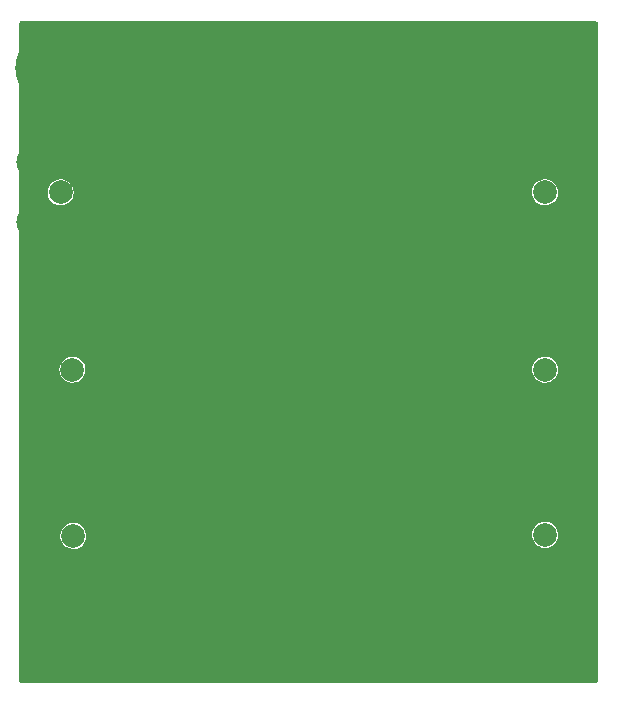
<source format=gbr>
%TF.GenerationSoftware,KiCad,Pcbnew,(6.0.0)*%
%TF.CreationDate,2022-07-22T11:55:07+02:00*%
%TF.ProjectId,aliasing,616c6961-7369-46e6-972e-6b696361645f,rev?*%
%TF.SameCoordinates,Original*%
%TF.FileFunction,Copper,L2,Bot*%
%TF.FilePolarity,Positive*%
%FSLAX46Y46*%
G04 Gerber Fmt 4.6, Leading zero omitted, Abs format (unit mm)*
G04 Created by KiCad (PCBNEW (6.0.0)) date 2022-07-22 11:55:07*
%MOMM*%
%LPD*%
G01*
G04 APERTURE LIST*
%TA.AperFunction,ComponentPad*%
%ADD10C,1.016000*%
%TD*%
%TA.AperFunction,ComponentPad*%
%ADD11C,0.610000*%
%TD*%
%TA.AperFunction,ComponentPad*%
%ADD12C,1.998980*%
%TD*%
%TA.AperFunction,ComponentPad*%
%ADD13C,2.499360*%
%TD*%
%TA.AperFunction,ComponentPad*%
%ADD14C,5.700000*%
%TD*%
%TA.AperFunction,ViaPad*%
%ADD15C,0.800000*%
%TD*%
G04 APERTURE END LIST*
D10*
%TO.P,U1004,1,GND*%
%TO.N,GND*%
X152230000Y-66270000D03*
X154770000Y-66270000D03*
X154770000Y-63730000D03*
X152230000Y-63730000D03*
X149055000Y-60555000D03*
X157945000Y-60555000D03*
X157945000Y-69445000D03*
X149055000Y-69445000D03*
%TD*%
%TO.P,U1003,1,GND*%
%TO.N,GND*%
X152166000Y-51270000D03*
X154706000Y-51270000D03*
X154706000Y-48730000D03*
X152166000Y-48730000D03*
X148991000Y-45555000D03*
X157881000Y-45555000D03*
X157881000Y-54445000D03*
X148991000Y-54445000D03*
%TD*%
D11*
%TO.P,FL1001,2,GND*%
%TO.N,GND*%
X159000000Y-80500000D03*
X161100000Y-80500000D03*
X161000000Y-77300000D03*
X158800000Y-77250000D03*
%TD*%
D12*
%TO.P,J1005,1,In*%
%TO.N,Net-(J1005-Pad1)*%
X180000000Y-50000000D03*
D13*
%TO.P,J1005,2,Ext*%
%TO.N,GND*%
X177460000Y-47460000D03*
X177460000Y-52540000D03*
X182540000Y-47460000D03*
X182540000Y-52540000D03*
%TD*%
D10*
%TO.P,U1002,1,GND*%
%TO.N,GND*%
X162055000Y-60555000D03*
X167770000Y-66270000D03*
X162055000Y-69445000D03*
X165230000Y-66270000D03*
X167770000Y-63730000D03*
X170945000Y-60555000D03*
X165230000Y-63730000D03*
X170945000Y-69445000D03*
%TD*%
D12*
%TO.P,J1002,1,In*%
%TO.N,Net-(J1002-Pad1)*%
X139000000Y-50000000D03*
D13*
%TO.P,J1002,2,Ext*%
%TO.N,GND*%
X141540000Y-52540000D03*
X136460000Y-47460000D03*
X141540000Y-47460000D03*
X136460000Y-52540000D03*
%TD*%
D14*
%TO.P,J1007,1,Pin_1*%
%TO.N,GND*%
X181500000Y-39000000D03*
%TD*%
D12*
%TO.P,J1003,1,In*%
%TO.N,Net-(J1003-Pad1)*%
X140000000Y-65000000D03*
D13*
%TO.P,J1003,2,Ext*%
%TO.N,GND*%
X142540000Y-67540000D03*
X137460000Y-67540000D03*
X137460000Y-62460000D03*
X142540000Y-62460000D03*
%TD*%
D14*
%TO.P,J1008,1,Pin_1*%
%TO.N,GND*%
X181500000Y-88000000D03*
%TD*%
%TO.P,J1009,1,Pin_1*%
%TO.N,GND*%
X138500000Y-88000000D03*
%TD*%
D10*
%TO.P,U1001,1,GND*%
%TO.N,GND*%
X165047000Y-48730000D03*
X170762000Y-45555000D03*
X161872000Y-54445000D03*
X167587000Y-51270000D03*
X161872000Y-45555000D03*
X167587000Y-48730000D03*
X170762000Y-54445000D03*
X165047000Y-51270000D03*
%TD*%
D12*
%TO.P,J1001,1,In*%
%TO.N,Net-(FL1001-Pad1)*%
X140071044Y-79080000D03*
D13*
%TO.P,J1001,2,Ext*%
%TO.N,GND*%
X137531044Y-81620000D03*
X142611044Y-76540000D03*
X137531044Y-76540000D03*
X142611044Y-81620000D03*
%TD*%
D14*
%TO.P,J1010,1,Pin_1*%
%TO.N,GND*%
X138000000Y-39500000D03*
%TD*%
D12*
%TO.P,J1006,1,In*%
%TO.N,Net-(J1006-Pad1)*%
X180000000Y-65000000D03*
D13*
%TO.P,J1006,2,Ext*%
%TO.N,GND*%
X177460000Y-62460000D03*
X182540000Y-67540000D03*
X177460000Y-67540000D03*
X182540000Y-62460000D03*
%TD*%
D12*
%TO.P,J1004,1,In*%
%TO.N,Net-(FL1001-Pad3)*%
X180000000Y-79000000D03*
D13*
%TO.P,J1004,2,Ext*%
%TO.N,GND*%
X177460000Y-76460000D03*
X177460000Y-81540000D03*
X182540000Y-81540000D03*
X182540000Y-76460000D03*
%TD*%
D15*
%TO.N,GND*%
X173000000Y-71500000D03*
X173000000Y-56000000D03*
X173000000Y-59000000D03*
X181000000Y-60500000D03*
X173500000Y-60500000D03*
X175000000Y-60500000D03*
X184000000Y-60500000D03*
X176500000Y-60500000D03*
X179500000Y-60500000D03*
X178000000Y-60500000D03*
X182500000Y-60500000D03*
X147500000Y-56000000D03*
X139000000Y-60500000D03*
X136000000Y-60500000D03*
X142000000Y-60500000D03*
X145000000Y-60500000D03*
X137500000Y-60500000D03*
X143500000Y-60500000D03*
X140500000Y-60500000D03*
X146500000Y-60500000D03*
X143500000Y-45000000D03*
X142000000Y-45000000D03*
X148000000Y-44000000D03*
X149500000Y-44000000D03*
X146500000Y-45000000D03*
X152500000Y-44000000D03*
X154000000Y-44000000D03*
X151000000Y-44000000D03*
X170500000Y-44000000D03*
X172000000Y-44000000D03*
X169000000Y-44000000D03*
X175000000Y-45000000D03*
X176500000Y-45000000D03*
X173500000Y-45000000D03*
X158300000Y-76400000D03*
X161600000Y-76400000D03*
X160000000Y-76500000D03*
X160000000Y-81500000D03*
X161500000Y-81500000D03*
X158500000Y-81500000D03*
X182500000Y-69500000D03*
X166000000Y-44000000D03*
X170500000Y-57500000D03*
X158500000Y-73000000D03*
X157000000Y-73000000D03*
X151500000Y-82500000D03*
X164500000Y-44000000D03*
X156500000Y-75500000D03*
X179500000Y-45000000D03*
X160500000Y-82500000D03*
X149000000Y-75500000D03*
X148000000Y-57500000D03*
X142000000Y-84000000D03*
X151000000Y-57500000D03*
X158500000Y-44000000D03*
X147500000Y-75500000D03*
X149500000Y-73000000D03*
X169000000Y-57500000D03*
X136000000Y-84000000D03*
X153500000Y-75500000D03*
X179500000Y-69500000D03*
X137500000Y-45000000D03*
X154000000Y-73000000D03*
X166000000Y-57500000D03*
X136000000Y-69500000D03*
X136000000Y-45000000D03*
X175500000Y-82500000D03*
X168000000Y-82500000D03*
X153000000Y-82500000D03*
X155500000Y-44000000D03*
X162000000Y-82500000D03*
X146500000Y-55000000D03*
X146000000Y-75500000D03*
X152500000Y-57500000D03*
X144500000Y-75500000D03*
X137500000Y-84000000D03*
X167500000Y-44000000D03*
X161500000Y-73000000D03*
X178000000Y-54500000D03*
X169500000Y-75500000D03*
X182500000Y-54500000D03*
X151000000Y-73000000D03*
X174000000Y-75500000D03*
X164500000Y-57500000D03*
X139000000Y-45000000D03*
X155500000Y-57500000D03*
X158500000Y-75500000D03*
X182500000Y-84000000D03*
X158500000Y-57500000D03*
X140500000Y-69500000D03*
X166500000Y-75500000D03*
X175000000Y-69500000D03*
X145000000Y-45000000D03*
X160000000Y-44000000D03*
X169000000Y-73000000D03*
X136000000Y-55000000D03*
X163500000Y-75500000D03*
X176500000Y-69500000D03*
X176500000Y-84000000D03*
X156000000Y-82500000D03*
X171000000Y-75500000D03*
X140500000Y-55000000D03*
X147500000Y-71500000D03*
X175000000Y-54500000D03*
X179500000Y-84000000D03*
X167500000Y-73000000D03*
X179500000Y-54500000D03*
X172000000Y-57500000D03*
X146500000Y-69500000D03*
X155000000Y-75500000D03*
X164500000Y-73000000D03*
X137500000Y-55000000D03*
X160000000Y-57500000D03*
X142000000Y-55000000D03*
X145000000Y-55000000D03*
X181000000Y-45000000D03*
X148000000Y-73000000D03*
X184000000Y-54500000D03*
X176500000Y-54500000D03*
X163500000Y-82500000D03*
X143500000Y-55000000D03*
X160000000Y-73000000D03*
X157500000Y-82500000D03*
X140500000Y-84000000D03*
X166000000Y-73000000D03*
X142000000Y-69500000D03*
X178000000Y-84000000D03*
X154000000Y-57500000D03*
X178000000Y-69500000D03*
X139000000Y-69500000D03*
X145500000Y-82500000D03*
X167500000Y-57500000D03*
X163000000Y-57500000D03*
X140500000Y-45000000D03*
X182500000Y-45000000D03*
X159000000Y-82500000D03*
X163000000Y-73000000D03*
X163000000Y-44000000D03*
X147500000Y-59000000D03*
X152000000Y-75500000D03*
X157000000Y-44000000D03*
X155500000Y-73000000D03*
X173500000Y-69500000D03*
X143500000Y-69500000D03*
X161500000Y-57500000D03*
X161500000Y-44000000D03*
X161500000Y-75500000D03*
X184000000Y-45000000D03*
X172500000Y-75500000D03*
X160000000Y-75500000D03*
X181000000Y-69500000D03*
X181000000Y-54500000D03*
X171000000Y-82500000D03*
X184000000Y-69500000D03*
X148500000Y-82500000D03*
X139000000Y-55000000D03*
X173500000Y-54500000D03*
X157000000Y-57500000D03*
X169500000Y-82500000D03*
X165000000Y-82500000D03*
X184000000Y-84000000D03*
X174000000Y-82500000D03*
X170500000Y-73000000D03*
X172000000Y-73000000D03*
X166500000Y-82500000D03*
X137500000Y-69500000D03*
X172500000Y-82500000D03*
X149500000Y-57500000D03*
X168000000Y-75500000D03*
X145000000Y-69500000D03*
X150000000Y-82500000D03*
X175500000Y-75500000D03*
X150500000Y-75500000D03*
X152500000Y-73000000D03*
X144500000Y-82500000D03*
X154500000Y-82500000D03*
X181000000Y-84000000D03*
X165000000Y-75500000D03*
X178000000Y-45000000D03*
X147000000Y-82500000D03*
X139000000Y-84000000D03*
%TD*%
%TA.AperFunction,Conductor*%
%TO.N,GND*%
G36*
X184434121Y-35528002D02*
G01*
X184480614Y-35581658D01*
X184492000Y-35634000D01*
X184492000Y-91366000D01*
X184471998Y-91434121D01*
X184418342Y-91480614D01*
X184366000Y-91492000D01*
X135634000Y-91492000D01*
X135565879Y-91471998D01*
X135519386Y-91418342D01*
X135508000Y-91366000D01*
X135508000Y-79051107D01*
X138967664Y-79051107D01*
X138980875Y-79252666D01*
X139030596Y-79448442D01*
X139115162Y-79631879D01*
X139231740Y-79796833D01*
X139376427Y-79937781D01*
X139381223Y-79940986D01*
X139381226Y-79940988D01*
X139448499Y-79985938D01*
X139544376Y-80050001D01*
X139549679Y-80052279D01*
X139549682Y-80052281D01*
X139665977Y-80102245D01*
X139729964Y-80129736D01*
X139802757Y-80146207D01*
X139921338Y-80173040D01*
X139921344Y-80173041D01*
X139926975Y-80174315D01*
X139932746Y-80174542D01*
X139932748Y-80174542D01*
X139994498Y-80176968D01*
X140128810Y-80182245D01*
X140228760Y-80167753D01*
X140322997Y-80154090D01*
X140323002Y-80154089D01*
X140328711Y-80153261D01*
X140334175Y-80151406D01*
X140334180Y-80151405D01*
X140514511Y-80090191D01*
X140514516Y-80090189D01*
X140519983Y-80088333D01*
X140696219Y-79989636D01*
X140851519Y-79860475D01*
X140980680Y-79705175D01*
X141079377Y-79528939D01*
X141081233Y-79523472D01*
X141081235Y-79523467D01*
X141142449Y-79343136D01*
X141142450Y-79343131D01*
X141144305Y-79337667D01*
X141145133Y-79331958D01*
X141145134Y-79331953D01*
X141162609Y-79211428D01*
X141173289Y-79137766D01*
X141174802Y-79080000D01*
X141164796Y-78971107D01*
X178896620Y-78971107D01*
X178909831Y-79172666D01*
X178959552Y-79368442D01*
X179044118Y-79551879D01*
X179160696Y-79716833D01*
X179305383Y-79857781D01*
X179310179Y-79860986D01*
X179310182Y-79860988D01*
X179425111Y-79937781D01*
X179473332Y-79970001D01*
X179478635Y-79972279D01*
X179478638Y-79972281D01*
X179652065Y-80046791D01*
X179658920Y-80049736D01*
X179731713Y-80066207D01*
X179850294Y-80093040D01*
X179850300Y-80093041D01*
X179855931Y-80094315D01*
X179861702Y-80094542D01*
X179861704Y-80094542D01*
X179923454Y-80096968D01*
X180057766Y-80102245D01*
X180157717Y-80087753D01*
X180251953Y-80074090D01*
X180251958Y-80074089D01*
X180257667Y-80073261D01*
X180263131Y-80071406D01*
X180263136Y-80071405D01*
X180443467Y-80010191D01*
X180443472Y-80010189D01*
X180448939Y-80008333D01*
X180625175Y-79909636D01*
X180780475Y-79780475D01*
X180909636Y-79625175D01*
X181008333Y-79448939D01*
X181010189Y-79443472D01*
X181010191Y-79443467D01*
X181071405Y-79263136D01*
X181071406Y-79263131D01*
X181073261Y-79257667D01*
X181074089Y-79251958D01*
X181074090Y-79251953D01*
X181101712Y-79061440D01*
X181102245Y-79057766D01*
X181103758Y-79000000D01*
X181085275Y-78798856D01*
X181030447Y-78604449D01*
X180941108Y-78423288D01*
X180820252Y-78261442D01*
X180671925Y-78124330D01*
X180650563Y-78110851D01*
X180509260Y-78021695D01*
X180501096Y-78016544D01*
X180313484Y-77941695D01*
X180307827Y-77940570D01*
X180307821Y-77940568D01*
X180121041Y-77903416D01*
X180121039Y-77903416D01*
X180115374Y-77902289D01*
X180109599Y-77902213D01*
X180109595Y-77902213D01*
X180008700Y-77900893D01*
X179913400Y-77899645D01*
X179907703Y-77900624D01*
X179907702Y-77900624D01*
X179720016Y-77932874D01*
X179720013Y-77932875D01*
X179714326Y-77933852D01*
X179524820Y-78003764D01*
X179507864Y-78013852D01*
X179356195Y-78104085D01*
X179356192Y-78104087D01*
X179351227Y-78107041D01*
X179199362Y-78240223D01*
X179195787Y-78244758D01*
X179195786Y-78244759D01*
X179119568Y-78341442D01*
X179074311Y-78398850D01*
X179071620Y-78403966D01*
X179071618Y-78403968D01*
X179016639Y-78508467D01*
X178980261Y-78577610D01*
X178978546Y-78583134D01*
X178945359Y-78690014D01*
X178920362Y-78770516D01*
X178896620Y-78971107D01*
X141164796Y-78971107D01*
X141156319Y-78878856D01*
X141101491Y-78684449D01*
X141012152Y-78503288D01*
X140891296Y-78341442D01*
X140742969Y-78204330D01*
X140721607Y-78190851D01*
X140594815Y-78110851D01*
X140572140Y-78096544D01*
X140384528Y-78021695D01*
X140378871Y-78020570D01*
X140378865Y-78020568D01*
X140192085Y-77983416D01*
X140192083Y-77983416D01*
X140186418Y-77982289D01*
X140180643Y-77982213D01*
X140180639Y-77982213D01*
X140079744Y-77980893D01*
X139984444Y-77979645D01*
X139978747Y-77980624D01*
X139978746Y-77980624D01*
X139791060Y-78012874D01*
X139791057Y-78012875D01*
X139785370Y-78013852D01*
X139595864Y-78083764D01*
X139556739Y-78107041D01*
X139427239Y-78184085D01*
X139427236Y-78184087D01*
X139422271Y-78187041D01*
X139270406Y-78320223D01*
X139266831Y-78324758D01*
X139266830Y-78324759D01*
X139185074Y-78428467D01*
X139145355Y-78478850D01*
X139142664Y-78483966D01*
X139142662Y-78483968D01*
X139079274Y-78604449D01*
X139051305Y-78657610D01*
X139049590Y-78663134D01*
X139009175Y-78793292D01*
X138991406Y-78850516D01*
X138967664Y-79051107D01*
X135508000Y-79051107D01*
X135508000Y-64971107D01*
X138896620Y-64971107D01*
X138909831Y-65172666D01*
X138959552Y-65368442D01*
X139044118Y-65551879D01*
X139160696Y-65716833D01*
X139305383Y-65857781D01*
X139310179Y-65860986D01*
X139310182Y-65860988D01*
X139377455Y-65905938D01*
X139473332Y-65970001D01*
X139478635Y-65972279D01*
X139478638Y-65972281D01*
X139653613Y-66047456D01*
X139658920Y-66049736D01*
X139731713Y-66066207D01*
X139850294Y-66093040D01*
X139850300Y-66093041D01*
X139855931Y-66094315D01*
X139861702Y-66094542D01*
X139861704Y-66094542D01*
X139923454Y-66096968D01*
X140057766Y-66102245D01*
X140157717Y-66087753D01*
X140251953Y-66074090D01*
X140251958Y-66074089D01*
X140257667Y-66073261D01*
X140263131Y-66071406D01*
X140263136Y-66071405D01*
X140443467Y-66010191D01*
X140443472Y-66010189D01*
X140448939Y-66008333D01*
X140625175Y-65909636D01*
X140780475Y-65780475D01*
X140909636Y-65625175D01*
X141008333Y-65448939D01*
X141010189Y-65443472D01*
X141010191Y-65443467D01*
X141071405Y-65263136D01*
X141071406Y-65263131D01*
X141073261Y-65257667D01*
X141074089Y-65251958D01*
X141074090Y-65251953D01*
X141101712Y-65061440D01*
X141102245Y-65057766D01*
X141103758Y-65000000D01*
X141101103Y-64971107D01*
X178896620Y-64971107D01*
X178909831Y-65172666D01*
X178959552Y-65368442D01*
X179044118Y-65551879D01*
X179160696Y-65716833D01*
X179305383Y-65857781D01*
X179310179Y-65860986D01*
X179310182Y-65860988D01*
X179377455Y-65905938D01*
X179473332Y-65970001D01*
X179478635Y-65972279D01*
X179478638Y-65972281D01*
X179653613Y-66047456D01*
X179658920Y-66049736D01*
X179731713Y-66066207D01*
X179850294Y-66093040D01*
X179850300Y-66093041D01*
X179855931Y-66094315D01*
X179861702Y-66094542D01*
X179861704Y-66094542D01*
X179923454Y-66096968D01*
X180057766Y-66102245D01*
X180157717Y-66087753D01*
X180251953Y-66074090D01*
X180251958Y-66074089D01*
X180257667Y-66073261D01*
X180263131Y-66071406D01*
X180263136Y-66071405D01*
X180443467Y-66010191D01*
X180443472Y-66010189D01*
X180448939Y-66008333D01*
X180625175Y-65909636D01*
X180780475Y-65780475D01*
X180909636Y-65625175D01*
X181008333Y-65448939D01*
X181010189Y-65443472D01*
X181010191Y-65443467D01*
X181071405Y-65263136D01*
X181071406Y-65263131D01*
X181073261Y-65257667D01*
X181074089Y-65251958D01*
X181074090Y-65251953D01*
X181101712Y-65061440D01*
X181102245Y-65057766D01*
X181103758Y-65000000D01*
X181085275Y-64798856D01*
X181030447Y-64604449D01*
X180941108Y-64423288D01*
X180820252Y-64261442D01*
X180671925Y-64124330D01*
X180650563Y-64110851D01*
X180505982Y-64019627D01*
X180501096Y-64016544D01*
X180313484Y-63941695D01*
X180307827Y-63940570D01*
X180307821Y-63940568D01*
X180121041Y-63903416D01*
X180121039Y-63903416D01*
X180115374Y-63902289D01*
X180109599Y-63902213D01*
X180109595Y-63902213D01*
X180008700Y-63900893D01*
X179913400Y-63899645D01*
X179907703Y-63900624D01*
X179907702Y-63900624D01*
X179720016Y-63932874D01*
X179720013Y-63932875D01*
X179714326Y-63933852D01*
X179524820Y-64003764D01*
X179506936Y-64014404D01*
X179356195Y-64104085D01*
X179356192Y-64104087D01*
X179351227Y-64107041D01*
X179199362Y-64240223D01*
X179074311Y-64398850D01*
X179071620Y-64403966D01*
X179071618Y-64403968D01*
X178982954Y-64572491D01*
X178980261Y-64577610D01*
X178920362Y-64770516D01*
X178896620Y-64971107D01*
X141101103Y-64971107D01*
X141085275Y-64798856D01*
X141030447Y-64604449D01*
X140941108Y-64423288D01*
X140820252Y-64261442D01*
X140671925Y-64124330D01*
X140650563Y-64110851D01*
X140505982Y-64019627D01*
X140501096Y-64016544D01*
X140313484Y-63941695D01*
X140307827Y-63940570D01*
X140307821Y-63940568D01*
X140121041Y-63903416D01*
X140121039Y-63903416D01*
X140115374Y-63902289D01*
X140109599Y-63902213D01*
X140109595Y-63902213D01*
X140008700Y-63900893D01*
X139913400Y-63899645D01*
X139907703Y-63900624D01*
X139907702Y-63900624D01*
X139720016Y-63932874D01*
X139720013Y-63932875D01*
X139714326Y-63933852D01*
X139524820Y-64003764D01*
X139506936Y-64014404D01*
X139356195Y-64104085D01*
X139356192Y-64104087D01*
X139351227Y-64107041D01*
X139199362Y-64240223D01*
X139074311Y-64398850D01*
X139071620Y-64403966D01*
X139071618Y-64403968D01*
X138982954Y-64572491D01*
X138980261Y-64577610D01*
X138920362Y-64770516D01*
X138896620Y-64971107D01*
X135508000Y-64971107D01*
X135508000Y-49971107D01*
X137896620Y-49971107D01*
X137909831Y-50172666D01*
X137959552Y-50368442D01*
X138044118Y-50551879D01*
X138160696Y-50716833D01*
X138305383Y-50857781D01*
X138310179Y-50860986D01*
X138310182Y-50860988D01*
X138377455Y-50905938D01*
X138473332Y-50970001D01*
X138478635Y-50972279D01*
X138478638Y-50972281D01*
X138653613Y-51047456D01*
X138658920Y-51049736D01*
X138731713Y-51066207D01*
X138850294Y-51093040D01*
X138850300Y-51093041D01*
X138855931Y-51094315D01*
X138861702Y-51094542D01*
X138861704Y-51094542D01*
X138923454Y-51096968D01*
X139057766Y-51102245D01*
X139157716Y-51087753D01*
X139251953Y-51074090D01*
X139251958Y-51074089D01*
X139257667Y-51073261D01*
X139263131Y-51071406D01*
X139263136Y-51071405D01*
X139443467Y-51010191D01*
X139443472Y-51010189D01*
X139448939Y-51008333D01*
X139625175Y-50909636D01*
X139780475Y-50780475D01*
X139909636Y-50625175D01*
X140008333Y-50448939D01*
X140010189Y-50443472D01*
X140010191Y-50443467D01*
X140071405Y-50263136D01*
X140071406Y-50263131D01*
X140073261Y-50257667D01*
X140074089Y-50251958D01*
X140074090Y-50251953D01*
X140101712Y-50061440D01*
X140102245Y-50057766D01*
X140103758Y-50000000D01*
X140101103Y-49971107D01*
X178896620Y-49971107D01*
X178909831Y-50172666D01*
X178959552Y-50368442D01*
X179044118Y-50551879D01*
X179160696Y-50716833D01*
X179305383Y-50857781D01*
X179310179Y-50860986D01*
X179310182Y-50860988D01*
X179377455Y-50905938D01*
X179473332Y-50970001D01*
X179478635Y-50972279D01*
X179478638Y-50972281D01*
X179653613Y-51047456D01*
X179658920Y-51049736D01*
X179731713Y-51066207D01*
X179850294Y-51093040D01*
X179850300Y-51093041D01*
X179855931Y-51094315D01*
X179861702Y-51094542D01*
X179861704Y-51094542D01*
X179923454Y-51096968D01*
X180057766Y-51102245D01*
X180157716Y-51087753D01*
X180251953Y-51074090D01*
X180251958Y-51074089D01*
X180257667Y-51073261D01*
X180263131Y-51071406D01*
X180263136Y-51071405D01*
X180443467Y-51010191D01*
X180443472Y-51010189D01*
X180448939Y-51008333D01*
X180625175Y-50909636D01*
X180780475Y-50780475D01*
X180909636Y-50625175D01*
X181008333Y-50448939D01*
X181010189Y-50443472D01*
X181010191Y-50443467D01*
X181071405Y-50263136D01*
X181071406Y-50263131D01*
X181073261Y-50257667D01*
X181074089Y-50251958D01*
X181074090Y-50251953D01*
X181101712Y-50061440D01*
X181102245Y-50057766D01*
X181103758Y-50000000D01*
X181085275Y-49798856D01*
X181030447Y-49604449D01*
X180941108Y-49423288D01*
X180820252Y-49261442D01*
X180671925Y-49124330D01*
X180650563Y-49110851D01*
X180505982Y-49019627D01*
X180501096Y-49016544D01*
X180313484Y-48941695D01*
X180307827Y-48940570D01*
X180307821Y-48940568D01*
X180121041Y-48903416D01*
X180121039Y-48903416D01*
X180115374Y-48902289D01*
X180109599Y-48902213D01*
X180109595Y-48902213D01*
X180008700Y-48900893D01*
X179913400Y-48899645D01*
X179907703Y-48900624D01*
X179907702Y-48900624D01*
X179720016Y-48932874D01*
X179720013Y-48932875D01*
X179714326Y-48933852D01*
X179524820Y-49003764D01*
X179506936Y-49014404D01*
X179356195Y-49104085D01*
X179356192Y-49104087D01*
X179351227Y-49107041D01*
X179199362Y-49240223D01*
X179074311Y-49398850D01*
X179071620Y-49403966D01*
X179071618Y-49403968D01*
X178982954Y-49572491D01*
X178980261Y-49577610D01*
X178920362Y-49770516D01*
X178896620Y-49971107D01*
X140101103Y-49971107D01*
X140085275Y-49798856D01*
X140030447Y-49604449D01*
X139941108Y-49423288D01*
X139820252Y-49261442D01*
X139671925Y-49124330D01*
X139650563Y-49110851D01*
X139505982Y-49019627D01*
X139501096Y-49016544D01*
X139313484Y-48941695D01*
X139307827Y-48940570D01*
X139307821Y-48940568D01*
X139121041Y-48903416D01*
X139121039Y-48903416D01*
X139115374Y-48902289D01*
X139109599Y-48902213D01*
X139109595Y-48902213D01*
X139008700Y-48900893D01*
X138913400Y-48899645D01*
X138907703Y-48900624D01*
X138907702Y-48900624D01*
X138720016Y-48932874D01*
X138720013Y-48932875D01*
X138714326Y-48933852D01*
X138524820Y-49003764D01*
X138506936Y-49014404D01*
X138356195Y-49104085D01*
X138356192Y-49104087D01*
X138351227Y-49107041D01*
X138199362Y-49240223D01*
X138074311Y-49398850D01*
X138071620Y-49403966D01*
X138071618Y-49403968D01*
X137982954Y-49572491D01*
X137980261Y-49577610D01*
X137920362Y-49770516D01*
X137896620Y-49971107D01*
X135508000Y-49971107D01*
X135508000Y-35634000D01*
X135528002Y-35565879D01*
X135581658Y-35519386D01*
X135634000Y-35508000D01*
X184366000Y-35508000D01*
X184434121Y-35528002D01*
G37*
%TD.AperFunction*%
%TD*%
M02*

</source>
